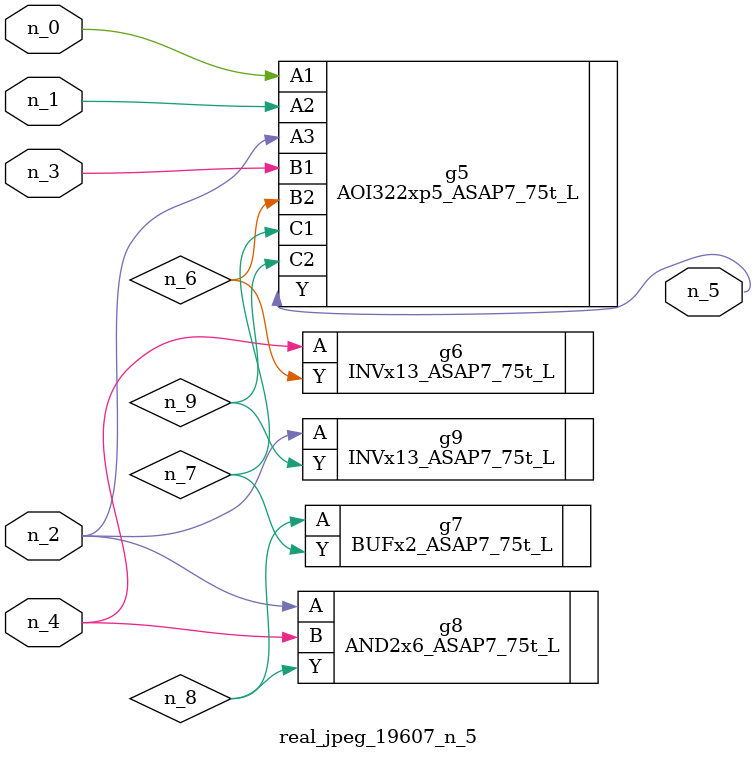
<source format=v>
module real_jpeg_19607_n_5 (n_4, n_0, n_1, n_2, n_3, n_5);

input n_4;
input n_0;
input n_1;
input n_2;
input n_3;

output n_5;

wire n_8;
wire n_6;
wire n_7;
wire n_9;

AOI322xp5_ASAP7_75t_L g5 ( 
.A1(n_0),
.A2(n_1),
.A3(n_2),
.B1(n_3),
.B2(n_6),
.C1(n_7),
.C2(n_9),
.Y(n_5)
);

AND2x6_ASAP7_75t_L g8 ( 
.A(n_2),
.B(n_4),
.Y(n_8)
);

INVx13_ASAP7_75t_L g9 ( 
.A(n_2),
.Y(n_9)
);

INVx13_ASAP7_75t_L g6 ( 
.A(n_4),
.Y(n_6)
);

BUFx2_ASAP7_75t_L g7 ( 
.A(n_8),
.Y(n_7)
);


endmodule
</source>
